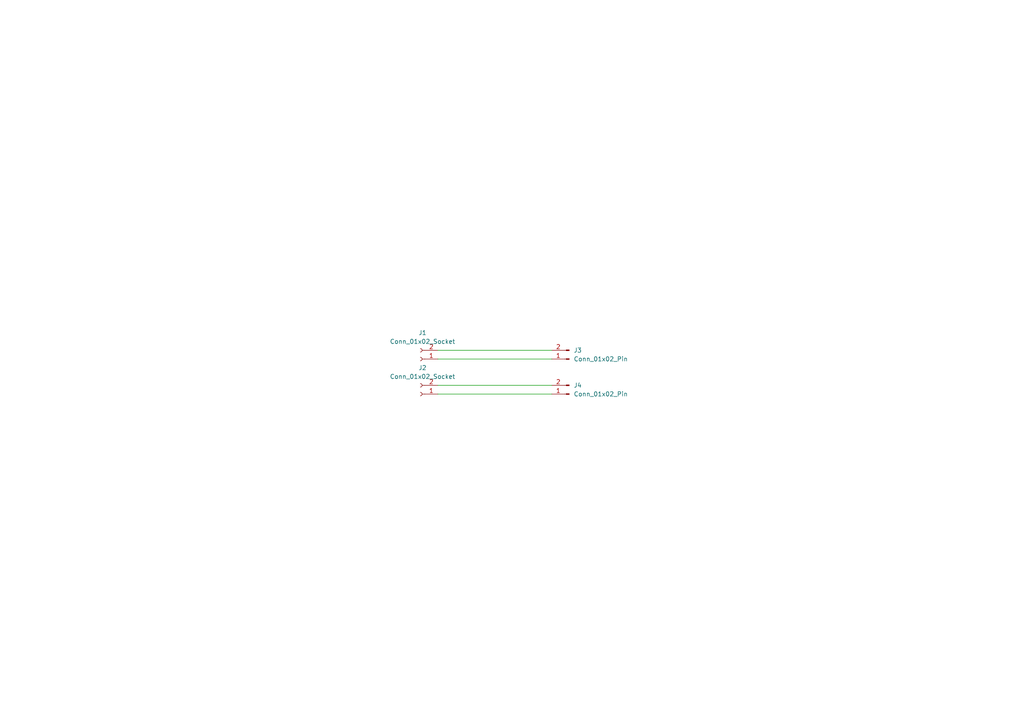
<source format=kicad_sch>
(kicad_sch (version 20250114) (generator "eeschema") (generator_version "9.0")
  (paper "A4")
  (lib_symbols
    (symbol "Connector:Conn_01x02_Pin" (pin_names (offset 1.016) (hide yes))
      (property "Reference" "J" (at 0 2.54 0))
      (property "Value" "Conn_01x02_Pin" (at 0 -5.08 0))
      (symbol "Conn_01x02_Pin_1_1"
        (rectangle (start 0.8636 0.127) (end 0 -0.127) (stroke (width 0.1524)) (fill (type outline)))
        (rectangle (start 0.8636 -2.413) (end 0 -2.667) (stroke (width 0.1524)) (fill (type outline)))
        (polyline (pts (xy 1.27 0) (xy 0.8636 0)) (stroke (width 0.1524)))
        (polyline (pts (xy 1.27 -2.54) (xy 0.8636 -2.54)) (stroke (width 0.1524)))
        (pin passive line (at 5.08 0 180) (length 3.81) (name "Pin_1") (number "1"))
        (pin passive line (at 5.08 -2.54 180) (length 3.81) (name "Pin_2") (number "2"))
      )
    )
    (symbol "Connector:Conn_01x02_Socket" (pin_names (offset 1.016) (hide yes))
      (property "Reference" "J" (at 0 2.54 0))
      (property "Value" "Conn_01x02_Socket" (at 0 -5.08 0))
      (symbol "Conn_01x02_Socket_1_1"
        (polyline (pts (xy -1.27 0) (xy -0.508 0)) (stroke (width 0.1524)))
        (polyline (pts (xy -1.27 -2.54) (xy -0.508 -2.54)) (stroke (width 0.1524)))
        (arc (start 0 -0.508) (mid -0.5058 0) (end 0 0.508) (stroke (width 0.1524)))
        (arc (start 0 -3.048) (mid -0.5058 -2.54) (end 0 -2.032) (stroke (width 0.1524)))
        (pin passive line (at -5.08 0 0) (length 3.81) (name "Pin_1") (number "1"))
        (pin passive line (at -5.08 -2.54 0) (length 3.81) (name "Pin_2") (number "2"))
      )
    )
  )
  (wire (pts (xy 127 111.76) (xy 160.02 111.76)))
  (wire (pts (xy 127 101.6) (xy 160.02 101.6)))
  (wire (pts (xy 127 104.14) (xy 160.02 104.14)))
  (wire (pts (xy 127 114.3) (xy 160.02 114.3)))
  (symbol (lib_id "Connector:Conn_01x02_Socket") (at 121.92 104.14 180) (unit 1)
    (property "Reference" "J1" (at 122.555 96.52 0))
    (property "Value" "Conn_01x02_Socket" (at 122.555 99.06 0))
    (property "Footprint" "Connector_AMASS:AMASS_XT30U-F_1x02_P5.0mm_Vertical" (effects (hide yes)))
    (property "Description" "Generic connector, single row, 01x02, script generated" (effects (hide yes)))
    (property "Mfr" " AMASS" (effects (hide yes)))
    (property "Mfr P/N" "XT30PW-F" (effects (hide yes)))
    (property "Supplier_1" "TME" (effects (hide yes)))
    (property "Supplier_1 P/N" "XT30PW-F" (effects (hide yes)))
    (property "Supplier_1 Unit Price" "1.210" (effects (hide yes)))
    (property "Supplier_1 Price @ Qty" "1" (effects (hide yes)))
  )
  (symbol (lib_id "Connector:Conn_01x02_Pin") (at 165.1 114.3 180) (unit 1)
    (property "Reference" "J4" (at 166.37 111.7599 0) (effects (justify right)))
    (property "Value" "Conn_01x02_Pin" (at 166.37 114.2999 0) (effects (justify right)))
    (property "Footprint" "Connector_AMASS:AMASS_XT30U-M_1x02_P5.0mm_Vertical" (effects (hide yes)))
    (property "Description" "Generic connector, single row, 01x02, script generated" (effects (hide yes)))
    (property "Mfr" "AMASS" (effects (hide yes)))
    (property "Mfr P/N" "XT30PW-M" (effects (hide yes)))
    (property "Supplier_1" "TME" (effects (hide yes)))
    (property "Supplier_1 P/N" "XT30PW-M" (effects (hide yes)))
    (property "Supplier_1 Unit Price" "1.270" (effects (hide yes)))
    (property "Supplier_1 Price @ Qty" "1" (effects (hide yes)))
  )
  (symbol (lib_id "Connector:Conn_01x02_Socket") (at 121.92 114.3 180) (unit 1)
    (property "Reference" "J2" (at 122.555 106.68 0))
    (property "Value" "Conn_01x02_Socket" (at 122.555 109.22 0))
    (property "Footprint" "Connector_AMASS:AMASS_XT30U-F_1x02_P5.0mm_Vertical" (effects (hide yes)))
    (property "Description" "Generic connector, single row, 01x02, script generated" (effects (hide yes)))
    (property "Mfr" " AMASS" (effects (hide yes)))
    (property "Mfr P/N" "XT30PW-F" (effects (hide yes)))
    (property "Supplier_1" "TME" (effects (hide yes)))
    (property "Supplier_1 P/N" "XT30PW-F" (effects (hide yes)))
    (property "Supplier_1 Unit Price" "1.210" (effects (hide yes)))
    (property "Supplier_1 Price @ Qty" "1" (effects (hide yes)))
  )
  (symbol (lib_id "Connector:Conn_01x02_Pin") (at 165.1 104.14 180) (unit 1)
    (property "Reference" "J3" (at 166.37 101.5999 0) (effects (justify right)))
    (property "Value" "Conn_01x02_Pin" (at 166.37 104.1399 0) (effects (justify right)))
    (property "Footprint" "Connector_AMASS:AMASS_XT30U-M_1x02_P5.0mm_Vertical" (effects (hide yes)))
    (property "Description" "Generic connector, single row, 01x02, script generated" (effects (hide yes)))
    (property "Mfr" "AMASS" (effects (hide yes)))
    (property "Mfr P/N" "XT30PW-M" (effects (hide yes)))
    (property "Supplier_1" "TME" (effects (hide yes)))
    (property "Supplier_1 P/N" "XT30PW-M" (effects (hide yes)))
    (property "Supplier_1 Unit Price" "1.270" (effects (hide yes)))
    (property "Supplier_1 Price @ Qty" "1" (effects (hide yes)))
  )
)
</source>
